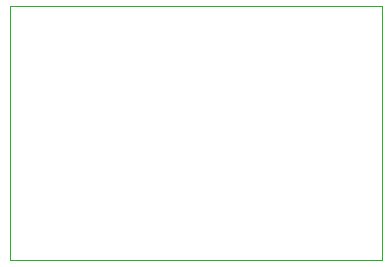
<source format=gm1>
G04 #@! TF.GenerationSoftware,KiCad,Pcbnew,5.1.10-88a1d61d58~90~ubuntu20.04.1*
G04 #@! TF.CreationDate,2021-09-15T21:40:18+02:00*
G04 #@! TF.ProjectId,snes2atari,736e6573-3261-4746-9172-692e6b696361,rev?*
G04 #@! TF.SameCoordinates,Original*
G04 #@! TF.FileFunction,Profile,NP*
%FSLAX46Y46*%
G04 Gerber Fmt 4.6, Leading zero omitted, Abs format (unit mm)*
G04 Created by KiCad (PCBNEW 5.1.10-88a1d61d58~90~ubuntu20.04.1) date 2021-09-15 21:40:18*
%MOMM*%
%LPD*%
G01*
G04 APERTURE LIST*
G04 #@! TA.AperFunction,Profile*
%ADD10C,0.050000*%
G04 #@! TD*
G04 APERTURE END LIST*
D10*
X143500000Y-74750000D02*
X112000000Y-74750000D01*
X143500000Y-96250000D02*
X143500000Y-74750000D01*
X112000000Y-96250000D02*
X143500000Y-96250000D01*
X112000000Y-74750000D02*
X112000000Y-96250000D01*
M02*

</source>
